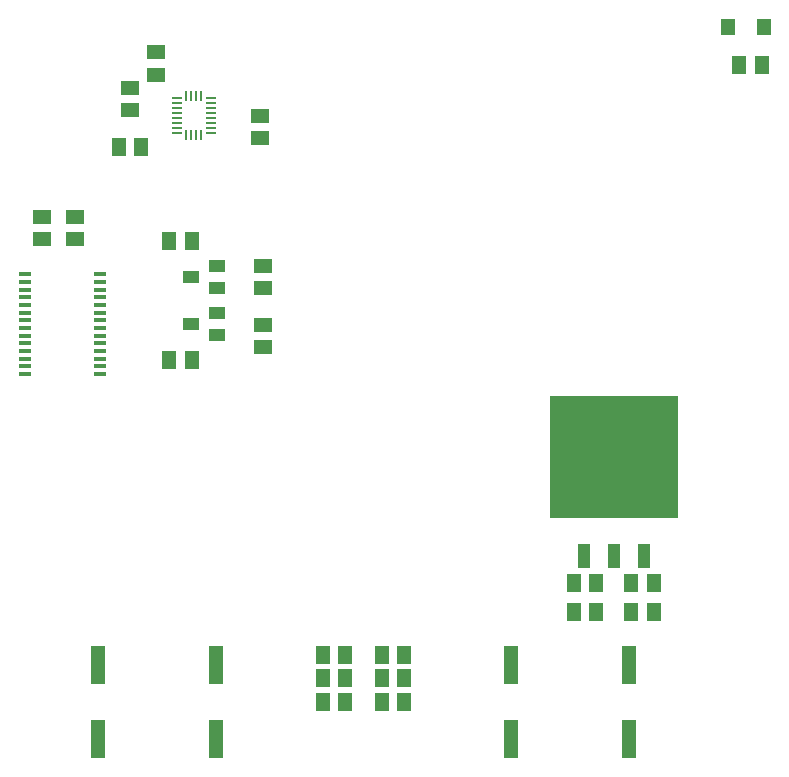
<source format=gbr>
G04 EAGLE Gerber RS-274X export*
G75*
%MOMM*%
%FSLAX34Y34*%
%LPD*%
%INSolderpaste Top*%
%IPPOS*%
%AMOC8*
5,1,8,0,0,1.08239X$1,22.5*%
G01*
%ADD10R,1.300000X1.500000*%
%ADD11R,1.300000X3.300000*%
%ADD12R,1.000000X0.300000*%
%ADD13R,0.850000X0.270000*%
%ADD14R,0.270000X0.850000*%
%ADD15R,1.500000X1.300000*%
%ADD16R,1.400000X1.000000*%
%ADD17R,10.800000X10.410000*%
%ADD18R,1.066800X2.159000*%
%ADD19R,1.200000X1.400000*%


D10*
X440500Y100000D03*
X459500Y100000D03*
X440500Y80000D03*
X459500Y80000D03*
X440500Y60000D03*
X459500Y60000D03*
X509500Y100000D03*
X490500Y100000D03*
X509500Y80000D03*
X490500Y80000D03*
X509500Y60000D03*
X490500Y60000D03*
D11*
X350000Y28750D03*
X350000Y91250D03*
X250000Y28750D03*
X250000Y91250D03*
X600000Y28750D03*
X600000Y91250D03*
X700000Y28750D03*
X700000Y91250D03*
D12*
X188000Y422250D03*
X188000Y415750D03*
X188000Y409250D03*
X188000Y402750D03*
X188000Y396250D03*
X188000Y389750D03*
X188000Y383250D03*
X188000Y376750D03*
X188000Y370250D03*
X188000Y363750D03*
X188000Y357250D03*
X188000Y350750D03*
X188000Y344250D03*
X188000Y337750D03*
X252000Y337750D03*
X252000Y344250D03*
X252000Y350750D03*
X252000Y357250D03*
X252000Y363750D03*
X252000Y370250D03*
X252000Y376750D03*
X252000Y383250D03*
X252000Y389750D03*
X252000Y396250D03*
X252000Y402750D03*
X252000Y409250D03*
X252000Y415750D03*
X252000Y422250D03*
D13*
X316838Y541526D03*
D14*
X324638Y539826D03*
X328938Y539826D03*
X333238Y539826D03*
X337538Y539826D03*
D13*
X345338Y541526D03*
X345338Y545826D03*
X345338Y550126D03*
X345338Y554426D03*
X345338Y558726D03*
X345338Y563026D03*
X345338Y567326D03*
X345338Y571626D03*
D14*
X337538Y573326D03*
X333238Y573326D03*
X328938Y573326D03*
X324638Y573326D03*
D13*
X316838Y571626D03*
X316838Y567326D03*
X316838Y563026D03*
X316838Y558726D03*
X316838Y554426D03*
X316838Y550126D03*
X316838Y545826D03*
D10*
X267684Y529624D03*
X286684Y529624D03*
D15*
X298840Y609988D03*
X298840Y590988D03*
X277184Y579980D03*
X277184Y560980D03*
X387168Y537300D03*
X387168Y556300D03*
X230856Y452044D03*
X230856Y471044D03*
X203048Y452044D03*
X203048Y471044D03*
D16*
X329000Y420000D03*
X351000Y429500D03*
X351000Y410500D03*
X329000Y380000D03*
X351000Y389500D03*
X351000Y370500D03*
D15*
X390000Y379500D03*
X390000Y360500D03*
X390000Y429500D03*
X390000Y410500D03*
D10*
X329500Y450000D03*
X310500Y450000D03*
X329500Y350000D03*
X310500Y350000D03*
D17*
X686816Y267208D03*
D18*
X686816Y183896D03*
X661416Y183896D03*
X712216Y183896D03*
D10*
X652932Y160528D03*
X671932Y160528D03*
X652932Y136144D03*
X671932Y136144D03*
X720700Y136144D03*
X701700Y136144D03*
X720700Y160528D03*
X701700Y160528D03*
D19*
X813576Y631952D03*
X783576Y631952D03*
D10*
X812140Y599440D03*
X793140Y599440D03*
M02*

</source>
